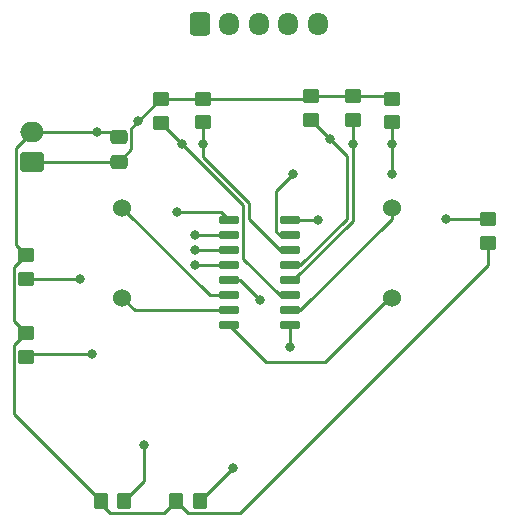
<source format=gbr>
%TF.GenerationSoftware,KiCad,Pcbnew,6.0.11+dfsg-1*%
%TF.CreationDate,2023-12-03T14:37:14-05:00*%
%TF.ProjectId,x27_controller,7832375f-636f-46e7-9472-6f6c6c65722e,rev?*%
%TF.SameCoordinates,Original*%
%TF.FileFunction,Copper,L2,Bot*%
%TF.FilePolarity,Positive*%
%FSLAX46Y46*%
G04 Gerber Fmt 4.6, Leading zero omitted, Abs format (unit mm)*
G04 Created by KiCad (PCBNEW 6.0.11+dfsg-1) date 2023-12-03 14:37:14*
%MOMM*%
%LPD*%
G01*
G04 APERTURE LIST*
G04 Aperture macros list*
%AMRoundRect*
0 Rectangle with rounded corners*
0 $1 Rounding radius*
0 $2 $3 $4 $5 $6 $7 $8 $9 X,Y pos of 4 corners*
0 Add a 4 corners polygon primitive as box body*
4,1,4,$2,$3,$4,$5,$6,$7,$8,$9,$2,$3,0*
0 Add four circle primitives for the rounded corners*
1,1,$1+$1,$2,$3*
1,1,$1+$1,$4,$5*
1,1,$1+$1,$6,$7*
1,1,$1+$1,$8,$9*
0 Add four rect primitives between the rounded corners*
20,1,$1+$1,$2,$3,$4,$5,0*
20,1,$1+$1,$4,$5,$6,$7,0*
20,1,$1+$1,$6,$7,$8,$9,0*
20,1,$1+$1,$8,$9,$2,$3,0*%
G04 Aperture macros list end*
%TA.AperFunction,ComponentPad*%
%ADD10C,1.524000*%
%TD*%
%TA.AperFunction,SMDPad,CuDef*%
%ADD11RoundRect,0.250000X0.475000X-0.337500X0.475000X0.337500X-0.475000X0.337500X-0.475000X-0.337500X0*%
%TD*%
%TA.AperFunction,ComponentPad*%
%ADD12RoundRect,0.250000X-0.600000X-0.725000X0.600000X-0.725000X0.600000X0.725000X-0.600000X0.725000X0*%
%TD*%
%TA.AperFunction,ComponentPad*%
%ADD13O,1.700000X1.950000*%
%TD*%
%TA.AperFunction,ComponentPad*%
%ADD14RoundRect,0.250000X0.750000X-0.600000X0.750000X0.600000X-0.750000X0.600000X-0.750000X-0.600000X0*%
%TD*%
%TA.AperFunction,ComponentPad*%
%ADD15O,2.000000X1.700000*%
%TD*%
%TA.AperFunction,SMDPad,CuDef*%
%ADD16RoundRect,0.250000X-0.450000X0.350000X-0.450000X-0.350000X0.450000X-0.350000X0.450000X0.350000X0*%
%TD*%
%TA.AperFunction,SMDPad,CuDef*%
%ADD17RoundRect,0.250000X0.450000X-0.350000X0.450000X0.350000X-0.450000X0.350000X-0.450000X-0.350000X0*%
%TD*%
%TA.AperFunction,SMDPad,CuDef*%
%ADD18RoundRect,0.250000X0.350000X0.450000X-0.350000X0.450000X-0.350000X-0.450000X0.350000X-0.450000X0*%
%TD*%
%TA.AperFunction,SMDPad,CuDef*%
%ADD19RoundRect,0.150000X-0.725000X-0.150000X0.725000X-0.150000X0.725000X0.150000X-0.725000X0.150000X0*%
%TD*%
%TA.AperFunction,ViaPad*%
%ADD20C,0.800000*%
%TD*%
%TA.AperFunction,Conductor*%
%ADD21C,0.250000*%
%TD*%
G04 APERTURE END LIST*
D10*
%TO.P,M1,1*%
%TO.N,Net-(M1-Pad1)*%
X136430000Y-71190000D03*
%TO.P,M1,2*%
%TO.N,Net-(M1-Pad2)*%
X136430000Y-78810000D03*
%TO.P,M1,3*%
%TO.N,Net-(M1-Pad3)*%
X113570000Y-78810000D03*
%TO.P,M1,4*%
%TO.N,Net-(M1-Pad4)*%
X113570000Y-71190000D03*
%TD*%
D11*
%TO.P,C1,1*%
%TO.N,+5V*%
X113284000Y-67310000D03*
%TO.P,C1,2*%
%TO.N,Earth*%
X113284000Y-65235000D03*
%TD*%
D12*
%TO.P,J1,1*%
%TO.N,Net-(J1-Pad1)*%
X120142000Y-55626000D03*
D13*
%TO.P,J1,2*%
%TO.N,Net-(J1-Pad2)*%
X122642000Y-55626000D03*
%TO.P,J1,3*%
%TO.N,Net-(J1-Pad3)*%
X125142000Y-55626000D03*
%TO.P,J1,4*%
%TO.N,Net-(J1-Pad4)*%
X127642000Y-55626000D03*
%TO.P,J1,5*%
%TO.N,Net-(J1-Pad5)*%
X130142000Y-55626000D03*
%TD*%
D14*
%TO.P,J2,1*%
%TO.N,+5V*%
X105918000Y-67310000D03*
D15*
%TO.P,J2,2*%
%TO.N,Earth*%
X105918000Y-64810000D03*
%TD*%
D16*
%TO.P,R1,1*%
%TO.N,+5V*%
X116840000Y-61992000D03*
%TO.P,R1,2*%
%TO.N,Net-(J1-Pad1)*%
X116840000Y-63992000D03*
%TD*%
%TO.P,R2,1*%
%TO.N,+5V*%
X120396000Y-61976000D03*
%TO.P,R2,2*%
%TO.N,Net-(J1-Pad2)*%
X120396000Y-63976000D03*
%TD*%
%TO.P,R3,1*%
%TO.N,+5V*%
X129540000Y-61738000D03*
%TO.P,R3,2*%
%TO.N,Net-(J1-Pad3)*%
X129540000Y-63738000D03*
%TD*%
%TO.P,R4,1*%
%TO.N,+5V*%
X133096000Y-61738000D03*
%TO.P,R4,2*%
%TO.N,Net-(J1-Pad4)*%
X133096000Y-63738000D03*
%TD*%
%TO.P,R5,1*%
%TO.N,+5V*%
X136398000Y-61976000D03*
%TO.P,R5,2*%
%TO.N,Net-(J1-Pad5)*%
X136398000Y-63976000D03*
%TD*%
%TO.P,R6,1*%
%TO.N,Net-(R6-Pad1)*%
X144526000Y-72152000D03*
%TO.P,R6,2*%
%TO.N,Earth*%
X144526000Y-74152000D03*
%TD*%
D17*
%TO.P,R7,1*%
%TO.N,Net-(R7-Pad1)*%
X105410000Y-77200000D03*
%TO.P,R7,2*%
%TO.N,Earth*%
X105410000Y-75200000D03*
%TD*%
%TO.P,R8,1*%
%TO.N,Net-(R8-Pad1)*%
X105410000Y-83820000D03*
%TO.P,R8,2*%
%TO.N,Earth*%
X105410000Y-81820000D03*
%TD*%
D18*
%TO.P,R9,1*%
%TO.N,Net-(R9-Pad1)*%
X113776000Y-96012000D03*
%TO.P,R9,2*%
%TO.N,Earth*%
X111776000Y-96012000D03*
%TD*%
%TO.P,R10,1*%
%TO.N,Net-(R10-Pad1)*%
X120142000Y-96012000D03*
%TO.P,R10,2*%
%TO.N,Earth*%
X118142000Y-96012000D03*
%TD*%
D19*
%TO.P,U1,1*%
%TO.N,Net-(M1-Pad2)*%
X122647000Y-81153000D03*
%TO.P,U1,2*%
%TO.N,Net-(M1-Pad3)*%
X122647000Y-79883000D03*
%TO.P,U1,3*%
%TO.N,Net-(M1-Pad4)*%
X122647000Y-78613000D03*
%TO.P,U1,4*%
%TO.N,Net-(R10-Pad1)*%
X122647000Y-77343000D03*
%TO.P,U1,5*%
%TO.N,Net-(R9-Pad1)*%
X122647000Y-76073000D03*
%TO.P,U1,6*%
%TO.N,Net-(R8-Pad1)*%
X122647000Y-74803000D03*
%TO.P,U1,7*%
%TO.N,Net-(R7-Pad1)*%
X122647000Y-73533000D03*
%TO.P,U1,8*%
%TO.N,Earth*%
X122647000Y-72263000D03*
%TO.P,U1,9*%
%TO.N,Net-(R6-Pad1)*%
X127797000Y-72263000D03*
%TO.P,U1,10*%
%TO.N,Net-(J1-Pad5)*%
X127797000Y-73533000D03*
%TO.P,U1,11*%
%TO.N,Net-(J1-Pad2)*%
X127797000Y-74803000D03*
%TO.P,U1,12*%
%TO.N,Net-(J1-Pad3)*%
X127797000Y-76073000D03*
%TO.P,U1,13*%
%TO.N,Net-(J1-Pad4)*%
X127797000Y-77343000D03*
%TO.P,U1,14*%
%TO.N,Net-(J1-Pad1)*%
X127797000Y-78613000D03*
%TO.P,U1,15*%
%TO.N,Net-(M1-Pad1)*%
X127797000Y-79883000D03*
%TO.P,U1,16*%
%TO.N,+5V*%
X127797000Y-81153000D03*
%TD*%
D20*
%TO.N,Earth*%
X111466000Y-64810000D03*
X118247001Y-71591001D03*
%TO.N,+5V*%
X114943000Y-63889000D03*
X127797000Y-83023000D03*
%TO.N,Net-(J1-Pad5)*%
X136398000Y-68326000D03*
X136398000Y-65786000D03*
X128016000Y-68326000D03*
%TO.N,Net-(J1-Pad4)*%
X133096000Y-65786000D03*
%TO.N,Net-(J1-Pad3)*%
X131191000Y-65405000D03*
%TO.N,Net-(J1-Pad2)*%
X120396000Y-65786000D03*
%TO.N,Net-(J1-Pad1)*%
X118626000Y-65778000D03*
%TO.N,Net-(R6-Pad1)*%
X130175000Y-72263000D03*
X140970000Y-72136000D03*
%TO.N,Net-(R7-Pad1)*%
X119761000Y-73533000D03*
X109982000Y-77216000D03*
%TO.N,Net-(R8-Pad1)*%
X119761000Y-74803000D03*
X110998000Y-83566000D03*
%TO.N,Net-(R9-Pad1)*%
X115443000Y-91313000D03*
X119761000Y-76073000D03*
%TO.N,Net-(R10-Pad1)*%
X122936000Y-93218000D03*
X125222000Y-78994000D03*
%TD*%
D21*
%TO.N,Earth*%
X111466000Y-64810000D02*
X112859000Y-64810000D01*
X123515992Y-97037010D02*
X119167010Y-97037010D01*
X112531010Y-97037010D02*
X111776000Y-96282000D01*
X105918000Y-64810000D02*
X111466000Y-64810000D01*
X111776000Y-96282000D02*
X111776000Y-96012000D01*
X104592990Y-66135010D02*
X105918000Y-64810000D01*
X104384990Y-76225010D02*
X105410000Y-75200000D01*
X118142000Y-96012000D02*
X117116990Y-97037010D01*
X144526000Y-74152000D02*
X144526000Y-76027002D01*
X119167010Y-97037010D02*
X118142000Y-96012000D01*
X105410000Y-81820000D02*
X104384990Y-80794990D01*
X104384990Y-80794990D02*
X104384990Y-76225010D01*
X104384990Y-82845010D02*
X105410000Y-81820000D01*
X121975001Y-71591001D02*
X122647000Y-72263000D01*
X105410000Y-75200000D02*
X104592990Y-74382990D01*
X104384990Y-88620990D02*
X104384990Y-82845010D01*
X118247001Y-71591001D02*
X121975001Y-71591001D01*
X112859000Y-64810000D02*
X113284000Y-65235000D01*
X104592990Y-74382990D02*
X104592990Y-66135010D01*
X144526000Y-76027002D02*
X123515992Y-97037010D01*
X111776000Y-96012000D02*
X104384990Y-88620990D01*
X117116990Y-97037010D02*
X112531010Y-97037010D01*
%TO.N,+5V*%
X127797000Y-83023000D02*
X127797000Y-83023000D01*
X114943000Y-63889000D02*
X116840000Y-61992000D01*
X120380000Y-61992000D02*
X120396000Y-61976000D01*
X120396000Y-61976000D02*
X129302000Y-61976000D01*
X105918000Y-67310000D02*
X113284000Y-67310000D01*
X129302000Y-61976000D02*
X129540000Y-61738000D01*
X129540000Y-61738000D02*
X133096000Y-61738000D01*
X116840000Y-61992000D02*
X120380000Y-61992000D01*
X114334010Y-64497990D02*
X114943000Y-63889000D01*
X114334010Y-66259990D02*
X114334010Y-64497990D01*
X133096000Y-61738000D02*
X136160000Y-61738000D01*
X127797000Y-81153000D02*
X127797000Y-83023000D01*
X136160000Y-61738000D02*
X136398000Y-61976000D01*
X113284000Y-67310000D02*
X114334010Y-66259990D01*
%TO.N,Net-(J1-Pad5)*%
X136398000Y-68326000D02*
X136398000Y-68326000D01*
X136398000Y-65786000D02*
X136398000Y-68326000D01*
X126596990Y-73207990D02*
X126922000Y-73533000D01*
X126922000Y-73533000D02*
X127797000Y-73533000D01*
X126596990Y-69745010D02*
X126596990Y-73207990D01*
X128016000Y-68326000D02*
X126596990Y-69745010D01*
X136398000Y-63976000D02*
X136398000Y-65786000D01*
%TO.N,Net-(J1-Pad4)*%
X133096000Y-65786000D02*
X133096000Y-72320768D01*
X133096000Y-63738000D02*
X133096000Y-65786000D01*
X133096000Y-72320768D02*
X128073768Y-77343000D01*
X128073768Y-77343000D02*
X127797000Y-77343000D01*
%TO.N,Net-(J1-Pad3)*%
X131191000Y-65405000D02*
X132588000Y-66802000D01*
X129540000Y-63754000D02*
X131191000Y-65405000D01*
X128672000Y-76073000D02*
X127797000Y-76073000D01*
X132588000Y-66802000D02*
X132588000Y-72157000D01*
X132588000Y-72157000D02*
X128672000Y-76073000D01*
X129540000Y-63738000D02*
X129540000Y-63754000D01*
%TO.N,Net-(J1-Pad2)*%
X120396000Y-65786000D02*
X120396000Y-66911590D01*
X120396000Y-66911590D02*
X124297020Y-70812610D01*
X126922000Y-74803000D02*
X127797000Y-74803000D01*
X124297020Y-70812610D02*
X124297020Y-72178020D01*
X120396000Y-63976000D02*
X120396000Y-65786000D01*
X124297020Y-72178020D02*
X126922000Y-74803000D01*
%TO.N,Net-(J1-Pad1)*%
X118626000Y-65778000D02*
X123847010Y-70999010D01*
X126922000Y-78613000D02*
X127797000Y-78613000D01*
X116840000Y-63992000D02*
X118626000Y-65778000D01*
X123847010Y-70999010D02*
X123847010Y-75538010D01*
X123847010Y-75538010D02*
X126922000Y-78613000D01*
%TO.N,Net-(M1-Pad4)*%
X122647000Y-78613000D02*
X120993000Y-78613000D01*
X120993000Y-78613000D02*
X113570000Y-71190000D01*
%TO.N,Net-(M1-Pad3)*%
X114643000Y-79883000D02*
X113570000Y-78810000D01*
X122647000Y-79883000D02*
X114643000Y-79883000D01*
%TO.N,Net-(M1-Pad2)*%
X122647000Y-81153000D02*
X125730000Y-84236000D01*
X125730000Y-84236000D02*
X130718000Y-84236000D01*
X136144000Y-78810000D02*
X136430000Y-78810000D01*
X130718000Y-84236000D02*
X136144000Y-78810000D01*
%TO.N,Net-(M1-Pad1)*%
X128672000Y-79883000D02*
X136430000Y-72125000D01*
X136430000Y-72125000D02*
X136430000Y-71190000D01*
X127797000Y-79883000D02*
X128672000Y-79883000D01*
%TO.N,Net-(R6-Pad1)*%
X130175000Y-72263000D02*
X130175000Y-72263000D01*
X140970000Y-72136000D02*
X144510000Y-72136000D01*
X144510000Y-72136000D02*
X144526000Y-72152000D01*
X127797000Y-72263000D02*
X130175000Y-72263000D01*
%TO.N,Net-(R7-Pad1)*%
X119761000Y-73533000D02*
X119761000Y-73533000D01*
X122647000Y-73533000D02*
X119761000Y-73533000D01*
X105426000Y-77216000D02*
X105410000Y-77200000D01*
X109982000Y-77216000D02*
X105426000Y-77216000D01*
%TO.N,Net-(R8-Pad1)*%
X119761000Y-74803000D02*
X119761000Y-74803000D01*
X105664000Y-83566000D02*
X105410000Y-83820000D01*
X110998000Y-83566000D02*
X105664000Y-83566000D01*
X122647000Y-74803000D02*
X119761000Y-74803000D01*
%TO.N,Net-(R9-Pad1)*%
X119761000Y-76073000D02*
X119761000Y-76073000D01*
X122647000Y-76073000D02*
X119761000Y-76073000D01*
X115443000Y-94345000D02*
X113776000Y-96012000D01*
X115443000Y-91313000D02*
X115443000Y-94345000D01*
%TO.N,Net-(R10-Pad1)*%
X125222000Y-78994000D02*
X125222000Y-78994000D01*
X122936000Y-93218000D02*
X120142000Y-96012000D01*
X122647000Y-77343000D02*
X123571000Y-77343000D01*
X123571000Y-77343000D02*
X125222000Y-78994000D01*
%TD*%
M02*

</source>
